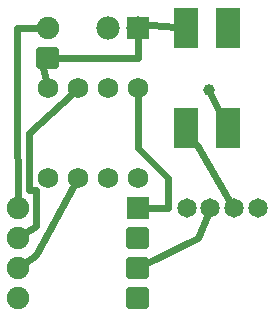
<source format=gtl>
G04 MADE WITH FRITZING*
G04 WWW.FRITZING.ORG*
G04 DOUBLE SIDED*
G04 HOLES PLATED*
G04 CONTOUR ON CENTER OF CONTOUR VECTOR*
%ASAXBY*%
%FSLAX23Y23*%
%MOIN*%
%OFA0B0*%
%SFA1.0B1.0*%
%ADD10C,0.075000*%
%ADD11C,0.065000*%
%ADD12C,0.078000*%
%ADD13C,0.068000*%
%ADD14C,0.039370*%
%ADD15R,0.075000X0.075000*%
%ADD16R,0.078740X0.137795*%
%ADD17R,0.078000X0.078000*%
%ADD18C,0.024000*%
%ADD19C,0.020000*%
%LNCOPPER1*%
G90*
G70*
G54D10*
X155Y850D03*
X155Y950D03*
G54D11*
X618Y350D03*
X697Y350D03*
X776Y350D03*
X855Y350D03*
G54D10*
X455Y350D03*
X55Y350D03*
X455Y250D03*
X55Y250D03*
X455Y50D03*
X55Y50D03*
X455Y150D03*
X55Y150D03*
G54D12*
X455Y950D03*
X355Y950D03*
G54D13*
X455Y750D03*
X355Y750D03*
X255Y750D03*
X155Y750D03*
X155Y450D03*
X255Y450D03*
X355Y450D03*
X455Y450D03*
X455Y750D03*
X355Y750D03*
X255Y750D03*
X155Y750D03*
X155Y450D03*
X255Y450D03*
X355Y450D03*
X455Y450D03*
G54D14*
X691Y745D03*
G54D15*
X455Y350D03*
G54D16*
X617Y616D03*
X755Y616D03*
X755Y950D03*
X617Y950D03*
G54D17*
X455Y950D03*
G54D18*
X455Y920D02*
X456Y850D01*
D02*
X456Y850D02*
X353Y850D01*
D02*
X254Y850D02*
X183Y850D01*
D02*
X353Y850D02*
X254Y850D01*
D02*
X483Y351D02*
X555Y351D01*
D02*
X555Y351D02*
X555Y451D01*
D02*
X456Y551D02*
X455Y723D01*
D02*
X555Y451D02*
X456Y551D01*
D02*
X688Y329D02*
X655Y249D01*
D02*
X655Y249D02*
X480Y163D01*
D02*
X79Y266D02*
X115Y289D01*
D02*
X115Y289D02*
X115Y409D01*
D02*
X115Y409D02*
X91Y409D01*
D02*
X91Y409D02*
X91Y601D01*
D02*
X91Y601D02*
X235Y732D01*
D02*
X78Y167D02*
X115Y193D01*
D02*
X115Y193D02*
X242Y427D01*
D02*
X699Y728D02*
X724Y679D01*
D02*
X55Y379D02*
X54Y650D01*
D02*
X54Y650D02*
X54Y949D01*
D02*
X54Y949D02*
X126Y950D01*
D02*
X148Y777D02*
X139Y817D01*
D02*
X139Y817D02*
X142Y824D01*
D02*
X583Y953D02*
X499Y961D01*
D02*
X499Y961D02*
X484Y958D01*
D02*
X764Y371D02*
X651Y559D01*
G54D19*
X127Y878D02*
X182Y878D01*
X182Y823D01*
X127Y823D01*
X127Y878D01*
D02*
X427Y223D02*
X427Y278D01*
X482Y278D01*
X482Y223D01*
X427Y223D01*
D02*
X427Y23D02*
X427Y78D01*
X482Y78D01*
X482Y23D01*
X427Y23D01*
D02*
X427Y123D02*
X427Y178D01*
X482Y178D01*
X482Y123D01*
X427Y123D01*
D02*
G04 End of Copper1*
M02*
</source>
